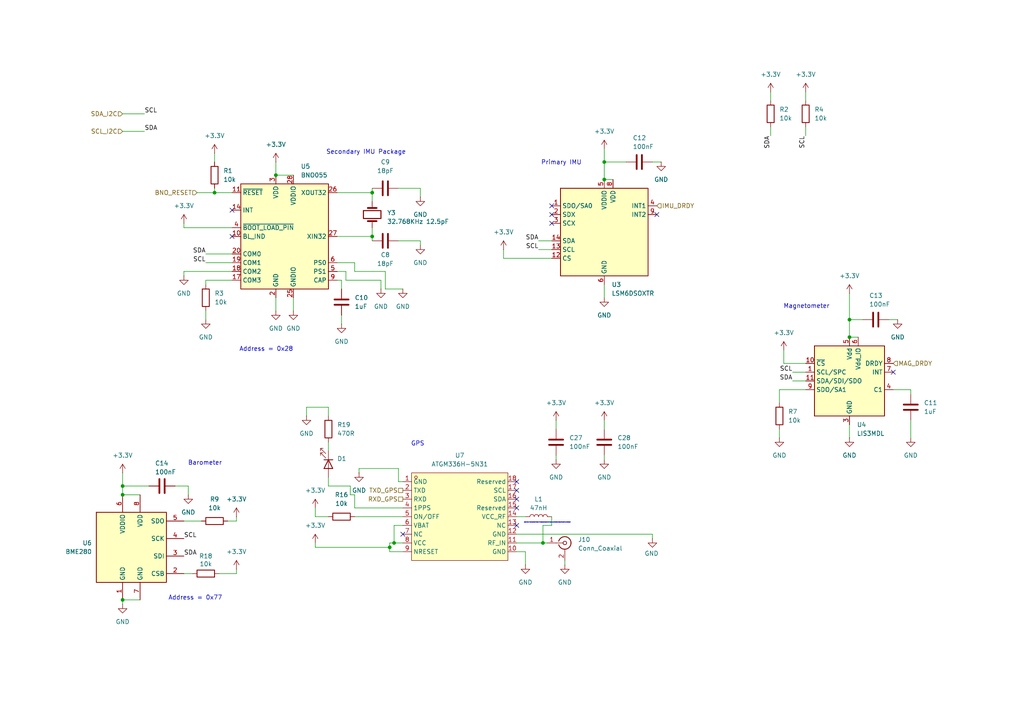
<source format=kicad_sch>
(kicad_sch (version 20250114) (generator "eeschema") (generator_version "9.0")
  (paper "A4")
  (lib_symbols
    (symbol "ATGM:ATGM336H-5N31"
      (property "Reference" "U" (at 0 15.24 0))
      (property "Value" "ATGM336H-5N31" (at 0 -15.24 0))
      (symbol "ATGM336H-5N31_0_1"
        (rectangle (start -13.97 12.7) (end 13.97 -12.7) (fill (type background)))
        (circle (center -12.7 11.43) (radius 0.38))
        (pin unspecified line (at -16.51 10.16 0) (length 2.54) (name "GND") (number "1"))
        (pin unspecified line (at -16.51 7.62 0) (length 2.54) (name "TXD") (number "2"))
        (pin unspecified line (at -16.51 5.08 0) (length 2.54) (name "RXD") (number "3"))
        (pin unspecified line (at -16.51 2.54 0) (length 2.54) (name "1PPS") (number "4"))
        (pin unspecified line (at -16.51 0 0) (length 2.54) (name "ON/OFF") (number "5"))
        (pin unspecified line (at -16.51 -2.54 0) (length 2.54) (name "VBAT") (number "6"))
        (pin unspecified line (at -16.51 -5.08 0) (length 2.54) (name "NC") (number "7"))
        (pin unspecified line (at -16.51 -7.62 0) (length 2.54) (name "VCC") (number "8"))
        (pin unspecified line (at -16.51 -10.16 0) (length 2.54) (name "NRESET") (number "9"))
        (pin unspecified line (at 16.51 10.16 180) (length 2.54) (name "Reserved") (number "18"))
        (pin unspecified line (at 16.51 7.62 180) (length 2.54) (name "SCL") (number "17"))
        (pin unspecified line (at 16.51 5.08 180) (length 2.54) (name "SDA") (number "16"))
        (pin unspecified line (at 16.51 2.54 180) (length 2.54) (name "Reserved") (number "15"))
        (pin unspecified line (at 16.51 0 180) (length 2.54) (name "VCC_RF") (number "14"))
        (pin unspecified line (at 16.51 -2.54 180) (length 2.54) (name "NC") (number "13"))
        (pin unspecified line (at 16.51 -5.08 180) (length 2.54) (name "GND") (number "12"))
        (pin unspecified line (at 16.51 -7.62 180) (length 2.54) (name "RF_IN") (number "11"))
        (pin unspecified line (at 16.51 -10.16 180) (length 2.54) (name "GND") (number "10"))
      )
    )
    (symbol "Connector:Conn_Coaxial" (pin_names (offset 1.016) (hide yes))
      (property "Reference" "J" (at 0.254 3.048 0))
      (property "Value" "Conn_Coaxial" (at 2.921 0 90))
      (symbol "Conn_Coaxial_0_1"
        (polyline (pts (xy -2.54 0) (xy -0.508 0)))
        (arc (start 1.778 0) (mid 0.222 -1.8079) (end -1.778 -0.508) (stroke (width 0.254)))
        (arc (start -1.778 0.508) (mid 0.2221 1.8084) (end 1.778 0) (stroke (width 0.254)))
        (circle (center 0 0) (radius 0.508) (stroke (width 0.2032)))
        (polyline (pts (xy 0 -2.54) (xy 0 -1.778)))
      )
      (symbol "Conn_Coaxial_1_1"
        (pin passive line (at -5.08 0 0) (length 2.54) (name "In") (number "1"))
        (pin passive line (at 0 -5.08 90) (length 2.54) (name "Ext") (number "2"))
      )
    )
    (symbol "Device:C" (pin_numbers (hide yes)) (pin_names (offset 0.254))
      (property "Reference" "C" (at 0.635 2.54 0))
      (property "Value" "C" (at 0.635 -2.54 0))
      (symbol "C_0_1"
        (polyline (pts (xy -2.032 0.762) (xy 2.032 0.762)) (stroke (width 0.508)))
        (polyline (pts (xy -2.032 -0.762) (xy 2.032 -0.762)) (stroke (width 0.508)))
      )
      (symbol "C_1_1"
        (pin passive line (at 0 3.81 270) (length 2.794) (name "~") (number "1"))
        (pin passive line (at 0 -3.81 90) (length 2.794) (name "~") (number "2"))
      )
    )
    (symbol "Device:Crystal" (pin_numbers (hide yes)) (pin_names (offset 1.016) (hide yes))
      (property "Reference" "Y" (at 0 3.81 0))
      (property "Value" "Crystal" (at 0 -3.81 0))
      (symbol "Crystal_0_1"
        (polyline (pts (xy -2.54 0) (xy -1.905 0)))
        (polyline (pts (xy -1.905 -1.27) (xy -1.905 1.27)) (stroke (width 0.508)))
        (rectangle (start -1.143 2.54) (end 1.143 -2.54) (stroke (width 0.3048)))
        (polyline (pts (xy 1.905 -1.27) (xy 1.905 1.27)) (stroke (width 0.508)))
        (polyline (pts (xy 2.54 0) (xy 1.905 0)))
      )
      (symbol "Crystal_1_1"
        (pin passive line (at -3.81 0 0) (length 1.27) (name "1") (number "1"))
        (pin passive line (at 3.81 0 180) (length 1.27) (name "2") (number "2"))
      )
    )
    (symbol "Device:L" (pin_numbers (hide yes)) (pin_names (offset 1.016) (hide yes))
      (property "Reference" "L" (at -1.27 0 90))
      (property "Value" "L" (at 1.905 0 90))
      (symbol "L_0_1"
        (arc (start 0 2.54) (mid 0.6323 1.905) (end 0 1.27))
        (arc (start 0 1.27) (mid 0.6323 0.635) (end 0 0))
        (arc (start 0 0) (mid 0.6323 -0.635) (end 0 -1.27))
        (arc (start 0 -1.27) (mid 0.6323 -1.905) (end 0 -2.54))
      )
      (symbol "L_1_1"
        (pin passive line (at 0 3.81 270) (length 1.27) (name "1") (number "1"))
        (pin passive line (at 0 -3.81 90) (length 1.27) (name "2") (number "2"))
      )
    )
    (symbol "Device:LED" (pin_numbers (hide yes)) (pin_names (offset 1.016) (hide yes))
      (property "Reference" "D" (at 0 2.54 0))
      (property "Value" "LED" (at 0 -2.54 0))
      (symbol "LED_0_1"
        (polyline (pts (xy -3.048 -0.762) (xy -4.572 -2.286) (xy -3.81 -2.286) (xy -4.572 -2.286) (xy -4.572 -1.524)))
        (polyline (pts (xy -1.778 -0.762) (xy -3.302 -2.286) (xy -2.54 -2.286) (xy -3.302 -2.286) (xy -3.302 -1.524)))
        (polyline (pts (xy -1.27 0) (xy 1.27 0)))
        (polyline (pts (xy -1.27 -1.27) (xy -1.27 1.27)) (stroke (width 0.254)))
        (polyline (pts (xy 1.27 -1.27) (xy 1.27 1.27) (xy -1.27 0) (xy 1.27 -1.27)) (stroke (width 0.254)))
      )
      (symbol "LED_1_1"
        (pin passive line (at -3.81 0 0) (length 2.54) (name "K") (number "1"))
        (pin passive line (at 3.81 0 180) (length 2.54) (name "A") (number "2"))
      )
    )
    (symbol "Device:R" (pin_numbers (hide yes)) (pin_names (offset 0))
      (property "Reference" "R" (at 2.032 0 90))
      (property "Value" "R" (at 0 0 90))
      (symbol "R_0_1"
        (rectangle (start -1.016 -2.54) (end 1.016 2.54) (stroke (width 0.254)))
      )
      (symbol "R_1_1"
        (pin passive line (at 0 3.81 270) (length 1.27) (name "~") (number "1"))
        (pin passive line (at 0 -3.81 90) (length 1.27) (name "~") (number "2"))
      )
    )
    (symbol "Sensor:BME280"
      (property "Reference" "U" (at -8.89 11.43 0))
      (property "Value" "BME280" (at 7.62 11.43 0))
      (symbol "BME280_0_1"
        (rectangle (start -10.16 10.16) (end 10.16 -10.16) (stroke (width 0.254)) (fill (type background)))
      )
      (symbol "BME280_1_1"
        (pin power_in line (at -2.54 15.24 270) (length 5.08) (name "VDDIO") (number "6"))
        (pin power_in line (at -2.54 -15.24 90) (length 5.08) (name "GND") (number "1"))
        (pin power_in line (at 2.54 15.24 270) (length 5.08) (name "VDD") (number "8"))
        (pin power_in line (at 2.54 -15.24 90) (length 5.08) (name "GND") (number "7"))
        (pin bidirectional line (at 15.24 7.62 180) (length 5.08) (name "SDO") (number "5"))
        (pin input line (at 15.24 2.54 180) (length 5.08) (name "SCK") (number "4"))
        (pin bidirectional line (at 15.24 -2.54 180) (length 5.08) (name "SDI") (number "3"))
        (pin input line (at 15.24 -7.62 180) (length 5.08) (name "CSB") (number "2"))
      )
    )
    (symbol "Sensor_Magnetic:LIS3MDL"
      (property "Reference" "U" (at -8.89 11.43 0))
      (property "Value" "LIS3MDL" (at 7.62 11.43 0))
      (symbol "LIS3MDL_0_1"
        (rectangle (start -10.16 10.16) (end 10.16 -10.16) (stroke (width 0.254)) (fill (type background)))
      )
      (symbol "LIS3MDL_1_1"
        (pin input line (at -12.7 5.08 0) (length 2.54) (name "~{CS}") (number "10"))
        (pin input line (at -12.7 2.54 0) (length 2.54) (name "SCL/SPC") (number "1"))
        (pin bidirectional line (at -12.7 0 0) (length 2.54) (name "SDA/SDI/SDO") (number "11"))
        (pin bidirectional line (at -12.7 -2.54 0) (length 2.54) (name "SDO/SA1") (number "9"))
        (pin power_in line (at 0 12.7 270) (length 2.54) (name "Vdd") (number "5"))
        (pin passive line (at 0 -12.7 90) (length 2.54) (hide yes) (name "GND") (number "12"))
        (pin passive line (at 0 -12.7 90) (length 2.54) (hide yes) (name "GND") (number "2"))
        (pin power_in line (at 0 -12.7 90) (length 2.54) (name "GND") (number "3"))
        (pin power_in line (at 2.54 12.7 270) (length 2.54) (name "Vdd_IO") (number "6"))
        (pin output line (at 12.7 5.08 180) (length 2.54) (name "DRDY") (number "8"))
        (pin output line (at 12.7 2.54 180) (length 2.54) (name "INT") (number "7"))
        (pin power_out line (at 12.7 -2.54 180) (length 2.54) (name "C1") (number "4"))
      )
    )
    (symbol "Sensor_Motion:BNO055"
      (property "Reference" "U" (at -11.43 16.51 0))
      (property "Value" "BNO055" (at 12.7 16.51 0))
      (symbol "BNO055_0_1"
        (rectangle (start -12.7 15.24) (end 12.7 -15.24) (stroke (width 0.254)) (fill (type background)))
      )
      (symbol "BNO055_1_1"
        (pin input line (at -15.24 12.7 0) (length 2.54) (name "~{RESET}") (number "11"))
        (pin output line (at -15.24 7.62 0) (length 2.54) (name "INT") (number "14"))
        (pin input line (at -15.24 2.54 0) (length 2.54) (name "~{BOOT_LOAD_PIN}") (number "4"))
        (pin output line (at -15.24 0 0) (length 2.54) (name "BL_IND") (number "10"))
        (pin bidirectional line (at -15.24 -5.08 0) (length 2.54) (name "COM0") (number "20"))
        (pin bidirectional line (at -15.24 -7.62 0) (length 2.54) (name "COM1") (number "19"))
        (pin passive line (at -15.24 -10.16 0) (length 2.54) (name "COM2") (number "18"))
        (pin input line (at -15.24 -12.7 0) (length 2.54) (name "COM3") (number "17"))
        (pin no_connect line (at -12.7 10.16 0) (length 2.54) (hide yes) (name "PIN1") (number "1"))
        (pin no_connect line (at -12.7 5.08 0) (length 2.54) (hide yes) (name "PIN7") (number "7"))
        (pin no_connect line (at -12.7 -2.54 0) (length 2.54) (hide yes) (name "PIN8") (number "8"))
        (pin power_in line (at -2.54 17.78 270) (length 2.54) (name "VDD") (number "3"))
        (pin power_in line (at -2.54 -17.78 90) (length 2.54) (name "GND") (number "2"))
        (pin power_in line (at 2.54 17.78 270) (length 2.54) (name "VDDIO") (number "28"))
        (pin power_in line (at 2.54 -17.78 90) (length 2.54) (name "GNDIO") (number "25"))
        (pin no_connect line (at 5.08 -15.24 90) (length 2.54) (hide yes) (name "PIN15") (number "15"))
        (pin no_connect line (at 7.62 -15.24 90) (length 2.54) (hide yes) (name "PIN16") (number "16"))
        (pin no_connect line (at 12.7 10.16 180) (length 2.54) (hide yes) (name "PIN12") (number "12"))
        (pin no_connect line (at 12.7 7.62 180) (length 2.54) (hide yes) (name "PIN13") (number "13"))
        (pin no_connect line (at 12.7 5.08 180) (length 2.54) (hide yes) (name "PIN21") (number "21"))
        (pin no_connect line (at 12.7 2.54 180) (length 2.54) (hide yes) (name "PIN22") (number "22"))
        (pin no_connect line (at 12.7 -2.54 180) (length 2.54) (hide yes) (name "PIN23") (number "23"))
        (pin no_connect line (at 12.7 -5.08 180) (length 2.54) (hide yes) (name "PIN24") (number "24"))
        (pin output line (at 15.24 12.7 180) (length 2.54) (name "XOUT32") (number "26"))
        (pin input line (at 15.24 0 180) (length 2.54) (name "XIN32") (number "27"))
        (pin input line (at 15.24 -7.62 180) (length 2.54) (name "PS0") (number "6"))
        (pin input line (at 15.24 -10.16 180) (length 2.54) (name "PS1") (number "5"))
        (pin passive line (at 15.24 -12.7 180) (length 2.54) (name "CAP") (number "9"))
      )
    )
    (symbol "Sensor_Motion:LSM6DS3"
      (property "Reference" "U" (at -11.43 15.24 0))
      (property "Value" "LSM6DS3" (at -11.43 12.7 0))
      (symbol "LSM6DS3_0_1"
        (rectangle (start -12.7 12.7) (end 12.7 -12.7) (stroke (width 0.254)) (fill (type background)))
      )
      (symbol "LSM6DS3_1_1"
        (pin bidirectional line (at -15.24 7.62 0) (length 2.54) (name "SDO/SA0") (number "1"))
        (pin bidirectional line (at -15.24 5.08 0) (length 2.54) (name "SDX") (number "2"))
        (pin input line (at -15.24 2.54 0) (length 2.54) (name "SCX") (number "3"))
        (pin bidirectional line (at -15.24 -2.54 0) (length 2.54) (name "SDA") (number "14"))
        (pin input line (at -15.24 -5.08 0) (length 2.54) (name "SCL") (number "13"))
        (pin input line (at -15.24 -7.62 0) (length 2.54) (name "CS") (number "12"))
        (pin power_in line (at 0 15.24 270) (length 2.54) (name "VDDIO") (number "5"))
        (pin power_in line (at 0 -15.24 90) (length 2.54) (name "GND") (number "6"))
        (pin passive line (at 0 -15.24 90) (length 2.54) (hide yes) (name "GND") (number "7"))
        (pin power_in line (at 2.54 15.24 270) (length 2.54) (name "VDD") (number "8"))
        (pin no_connect line (at 12.7 -2.54 180) (length 3.81) (hide yes) (name "NC") (number "11"))
        (pin no_connect line (at 12.7 -5.08 180) (length 3.81) (hide yes) (name "NC") (number "10"))
        (pin output line (at 15.24 7.62 180) (length 2.54) (name "INT1") (number "4"))
        (pin output line (at 15.24 5.08 180) (length 2.54) (name "INT2") (number "9"))
      )
    )
    (symbol "power:+3.3V" (power) (pin_numbers (hide yes)) (pin_names (offset 0) (hide yes))
      (property "Value" "+3.3V" (at 0 3.556 0))
      (symbol "+3.3V_0_1"
        (polyline (pts (xy -0.762 1.27) (xy 0 2.54)))
        (polyline (pts (xy 0 2.54) (xy 0.762 1.27)))
        (polyline (pts (xy 0 0) (xy 0 2.54)))
      )
      (symbol "+3.3V_1_1"
        (pin power_in line (at 0 0 90) (length 0) (name "~") (number "1"))
      )
    )
    (symbol "power:GND" (power) (pin_numbers (hide yes)) (pin_names (offset 0) (hide yes))
      (property "Value" "GND" (at 0 -3.81 0))
      (symbol "GND_0_1"
        (polyline (pts (xy 0 0) (xy 0 -1.27) (xy 1.27 -1.27) (xy 0 -2.54) (xy -1.27 -1.27) (xy 0 -1.27)))
      )
      (symbol "GND_1_1"
        (pin power_in line (at 0 0 270) (length 0) (name "~") (number "1"))
      )
    )
  )
  (text "GPS" (at 121.158 128.778 0) (effects (font (size 1.27 1.27))))
  (text "source: http://wiki.sunfounder.cc/images/f/f1/Gsdg.png and page 13 of https://www.tinytronics.nl/product_files/002176_ATGM336H.pdf" (at 158.75 151.638 0) (effects (font (size 0.127 0.127))))
  (text "Address = 0x28" (at 77.216 101.346 0) (effects (font (size 1.27 1.27))))
  (text "Barometer " (at 59.944 134.366 0) (effects (font (size 1.27 1.27))))
  (text "Magnetometer" (at 233.934 88.9 0) (effects (font (size 1.27 1.27))))
  (text "Address = 0x77" (at 56.642 173.482 0) (effects (font (size 1.27 1.27))))
  (text "Secondary IMU Package" (at 106.172 44.196 0) (effects (font (size 1.27 1.27))))
  (text "Primary IMU" (at 162.814 47.244 0) (effects (font (size 1.27 1.27))))
  (junction (at 35.56 143.51))
  (junction (at 246.38 97.79))
  (junction (at 107.95 55.88))
  (junction (at 107.95 68.58))
  (junction (at 35.56 173.99))
  (junction (at 175.26 46.99))
  (junction (at 35.56 140.97))
  (junction (at 113.03 158.75))
  (junction (at 62.23 55.88))
  (junction (at 175.26 52.07))
  (junction (at 80.01 50.8))
  (junction (at 114.3 157.48))
  (junction (at 246.38 92.71))
  (junction (at 157.48 157.48))
  (no_connect (at 116.84 154.94))
  (no_connect (at 149.86 152.4))
  (no_connect (at 149.86 147.32))
  (no_connect (at 67.31 68.58))
  (no_connect (at 149.86 144.78))
  (no_connect (at 160.02 64.77))
  (no_connect (at 259.08 107.95))
  (no_connect (at 190.5 62.23))
  (no_connect (at 149.86 139.7))
  (no_connect (at 67.31 60.96))
  (no_connect (at 160.02 62.23))
  (no_connect (at 149.86 142.24))
  (no_connect (at 160.02 59.69))
  (wire (pts (xy 55.88 166.37) (xy 53.34 166.37)))
  (wire (pts (xy 161.29 121.92) (xy 161.29 124.46)))
  (wire (pts (xy 156.21 69.85) (xy 160.02 69.85)))
  (wire (pts (xy 53.34 78.74) (xy 67.31 78.74)))
  (wire (pts (xy 59.69 73.66) (xy 67.31 73.66)))
  (wire (pts (xy 88.9 118.11) (xy 95.25 118.11)))
  (wire (pts (xy 111.76 83.82) (xy 111.76 78.74)))
  (wire (pts (xy 233.68 113.03) (xy 226.06 113.03)))
  (wire (pts (xy 157.48 152.4) (xy 157.48 157.48)))
  (wire (pts (xy 59.69 81.28) (xy 59.69 82.55)))
  (wire (pts (xy 115.57 69.85) (xy 121.92 69.85)))
  (wire (pts (xy 175.26 132.08) (xy 175.26 133.35)))
  (wire (pts (xy 189.23 154.94) (xy 149.86 154.94)))
  (wire (pts (xy 175.26 43.18) (xy 175.26 46.99)))
  (wire (pts (xy 149.86 160.02) (xy 152.4 160.02)))
  (wire (pts (xy 111.76 78.74) (xy 102.87 78.74)))
  (wire (pts (xy 175.26 46.99) (xy 175.26 52.07)))
  (wire (pts (xy 101.6 140.97) (xy 95.25 140.97)))
  (wire (pts (xy 102.87 143.51) (xy 101.6 143.51)))
  (wire (pts (xy 152.4 160.02) (xy 152.4 163.83)))
  (wire (pts (xy 146.05 74.93) (xy 160.02 74.93)))
  (wire (pts (xy 264.16 113.03) (xy 264.16 114.3)))
  (wire (pts (xy 246.38 92.71) (xy 250.19 92.71)))
  (wire (pts (xy 114.3 157.48) (xy 116.84 157.48)))
  (wire (pts (xy 53.34 66.04) (xy 67.31 66.04)))
  (wire (pts (xy 91.44 158.75) (xy 113.03 158.75)))
  (wire (pts (xy 152.4 149.86) (xy 149.86 149.86)))
  (wire (pts (xy 229.87 110.49) (xy 233.68 110.49)))
  (wire (pts (xy 85.09 86.36) (xy 85.09 90.17)))
  (wire (pts (xy 264.16 121.92) (xy 264.16 127)))
  (wire (pts (xy 229.87 107.95) (xy 233.68 107.95)))
  (wire (pts (xy 110.49 81.28) (xy 110.49 83.82)))
  (wire (pts (xy 95.25 140.97) (xy 95.25 138.43)))
  (wire (pts (xy 97.79 78.74) (xy 100.33 78.74)))
  (wire (pts (xy 97.79 81.28) (xy 99.06 81.28)))
  (wire (pts (xy 53.34 64.77) (xy 53.34 66.04)))
  (wire (pts (xy 114.3 152.4) (xy 114.3 157.48)))
  (wire (pts (xy 107.95 58.42) (xy 107.95 55.88)))
  (wire (pts (xy 41.91 33.02) (xy 35.56 33.02)))
  (wire (pts (xy 68.58 149.86) (xy 68.58 151.13)))
  (wire (pts (xy 80.01 86.36) (xy 80.01 90.17)))
  (wire (pts (xy 43.18 140.97) (xy 35.56 140.97)))
  (wire (pts (xy 62.23 54.61) (xy 62.23 55.88)))
  (wire (pts (xy 246.38 97.79) (xy 248.92 97.79)))
  (wire (pts (xy 113.03 160.02) (xy 113.03 158.75)))
  (wire (pts (xy 80.01 50.8) (xy 80.01 46.99)))
  (wire (pts (xy 59.69 90.17) (xy 59.69 92.71)))
  (wire (pts (xy 67.31 81.28) (xy 59.69 81.28)))
  (wire (pts (xy 246.38 92.71) (xy 246.38 97.79)))
  (wire (pts (xy 223.52 39.37) (xy 223.52 36.83)))
  (wire (pts (xy 160.02 152.4) (xy 160.02 149.86)))
  (wire (pts (xy 189.23 156.21) (xy 189.23 154.94)))
  (wire (pts (xy 99.06 91.44) (xy 99.06 93.98)))
  (wire (pts (xy 181.61 46.99) (xy 175.26 46.99)))
  (wire (pts (xy 233.68 39.37) (xy 233.68 36.83)))
  (wire (pts (xy 257.81 92.71) (xy 260.35 92.71)))
  (wire (pts (xy 246.38 123.19) (xy 246.38 127)))
  (wire (pts (xy 58.42 151.13) (xy 53.34 151.13)))
  (wire (pts (xy 175.26 52.07) (xy 177.8 52.07)))
  (wire (pts (xy 88.9 118.11) (xy 88.9 120.65)))
  (wire (pts (xy 91.44 149.86) (xy 95.25 149.86)))
  (wire (pts (xy 101.6 143.51) (xy 101.6 140.97)))
  (wire (pts (xy 149.86 157.48) (xy 157.48 157.48)))
  (wire (pts (xy 107.95 54.61) (xy 107.95 55.88)))
  (wire (pts (xy 107.95 68.58) (xy 107.95 69.85)))
  (wire (pts (xy 102.87 76.2) (xy 97.79 76.2)))
  (wire (pts (xy 223.52 26.67) (xy 223.52 29.21)))
  (wire (pts (xy 95.25 118.11) (xy 95.25 120.65)))
  (wire (pts (xy 227.33 101.6) (xy 227.33 105.41)))
  (wire (pts (xy 62.23 44.45) (xy 62.23 46.99)))
  (wire (pts (xy 99.06 81.28) (xy 99.06 83.82)))
  (wire (pts (xy 116.84 160.02) (xy 113.03 160.02)))
  (wire (pts (xy 115.57 54.61) (xy 121.92 54.61)))
  (wire (pts (xy 115.57 139.7) (xy 116.84 139.7)))
  (wire (pts (xy 226.06 124.46) (xy 226.06 127)))
  (wire (pts (xy 113.03 157.48) (xy 114.3 157.48)))
  (wire (pts (xy 121.92 54.61) (xy 121.92 57.15)))
  (wire (pts (xy 146.05 72.39) (xy 146.05 74.93)))
  (wire (pts (xy 95.25 128.27) (xy 95.25 130.81)))
  (wire (pts (xy 91.44 147.32) (xy 91.44 149.86)))
  (wire (pts (xy 104.14 137.16) (xy 104.14 135.89)))
  (wire (pts (xy 115.57 135.89) (xy 115.57 139.7)))
  (wire (pts (xy 62.23 55.88) (xy 67.31 55.88)))
  (wire (pts (xy 68.58 166.37) (xy 68.58 165.1)))
  (wire (pts (xy 97.79 68.58) (xy 107.95 68.58)))
  (wire (pts (xy 63.5 166.37) (xy 68.58 166.37)))
  (wire (pts (xy 246.38 85.09) (xy 246.38 92.71)))
  (wire (pts (xy 35.56 140.97) (xy 35.56 143.51)))
  (wire (pts (xy 175.26 121.92) (xy 175.26 124.46)))
  (wire (pts (xy 107.95 55.88) (xy 97.79 55.88)))
  (wire (pts (xy 41.91 38.1) (xy 35.56 38.1)))
  (wire (pts (xy 156.21 72.39) (xy 160.02 72.39)))
  (wire (pts (xy 91.44 157.48) (xy 91.44 158.75)))
  (wire (pts (xy 35.56 175.26) (xy 35.56 173.99)))
  (wire (pts (xy 161.29 133.35) (xy 161.29 132.08)))
  (wire (pts (xy 57.15 55.88) (xy 62.23 55.88)))
  (wire (pts (xy 102.87 149.86) (xy 116.84 149.86)))
  (wire (pts (xy 226.06 113.03) (xy 226.06 116.84)))
  (wire (pts (xy 35.56 137.16) (xy 35.56 140.97)))
  (wire (pts (xy 121.92 69.85) (xy 121.92 71.12)))
  (wire (pts (xy 85.09 50.8) (xy 80.01 50.8)))
  (wire (pts (xy 259.08 113.03) (xy 264.16 113.03)))
  (wire (pts (xy 102.87 78.74) (xy 102.87 76.2)))
  (wire (pts (xy 189.23 46.99) (xy 191.77 46.99)))
  (wire (pts (xy 54.61 140.97) (xy 54.61 143.51)))
  (wire (pts (xy 157.48 157.48) (xy 158.75 157.48)))
  (wire (pts (xy 100.33 81.28) (xy 110.49 81.28)))
  (wire (pts (xy 104.14 135.89) (xy 115.57 135.89)))
  (wire (pts (xy 59.69 76.2) (xy 67.31 76.2)))
  (wire (pts (xy 113.03 158.75) (xy 113.03 157.48)))
  (wire (pts (xy 68.58 151.13) (xy 66.04 151.13)))
  (wire (pts (xy 157.48 152.4) (xy 160.02 152.4)))
  (wire (pts (xy 116.84 83.82) (xy 111.76 83.82)))
  (wire (pts (xy 35.56 173.99) (xy 40.64 173.99)))
  (wire (pts (xy 100.33 78.74) (xy 100.33 81.28)))
  (wire (pts (xy 233.68 26.67) (xy 233.68 29.21)))
  (wire (pts (xy 50.8 140.97) (xy 54.61 140.97)))
  (wire (pts (xy 107.95 66.04) (xy 107.95 68.58)))
  (wire (pts (xy 175.26 82.55) (xy 175.26 86.36)))
  (wire (pts (xy 53.34 80.01) (xy 53.34 78.74)))
  (wire (pts (xy 35.56 143.51) (xy 40.64 143.51)))
  (wire (pts (xy 116.84 147.32) (xy 102.87 147.32)))
  (wire (pts (xy 102.87 147.32) (xy 102.87 143.51)))
  (wire (pts (xy 163.83 163.83) (xy 163.83 162.56)))
  (wire (pts (xy 116.84 152.4) (xy 114.3 152.4)))
  (wire (pts (xy 227.33 105.41) (xy 233.68 105.41)))
  (label "SDA" (at 229.87 110.49 180))
  (label "SCL" (at 41.91 33.02 0))
  (label "SDA" (at 223.52 39.37 270))
  (label "SCL" (at 233.68 39.37 270))
  (label "SCL" (at 229.87 107.95 180))
  (label "SCL" (at 53.34 156.21 0))
  (label "SDA" (at 156.21 69.85 180))
  (label "SDA" (at 41.91 38.1 0))
  (label "SCL" (at 59.69 76.2 180))
  (label "SDA" (at 53.34 161.29 0))
  (label "SCL" (at 156.21 72.39 180))
  (label "SDA" (at 59.69 73.66 180))
  (hierarchical_label "BNO_RESET" (shape input) (at 57.15 55.88 180))
  (hierarchical_label "SDA_I2C" (shape input) (at 35.56 33.02 180))
  (hierarchical_label "IMU_DRDY" (shape input) (at 190.5 59.69 0))
  (hierarchical_label "SCL_I2C" (shape input) (at 35.56 38.1 180))
  (hierarchical_label "MAG_DRDY" (shape input) (at 259.08 105.41 0))
  (hierarchical_label "RXD_GPS" (shape passive) (at 116.84 144.78 180))
  (hierarchical_label "TXD_GPS" (shape passive) (at 116.84 142.24 180))
  (symbol (lib_id "Sensor_Motion:BNO055") (at 82.55 68.58 0) (unit 1)
    (property "Reference" "U5" (at 87.2333 48.26 0) (effects (justify left)))
    (property "Value" "BNO055" (at 87.2333 50.8 0) (effects (justify left)))
    (property "Footprint" "Package_LGA:LGA-28_5.2x3.8mm_P0.5mm" (effects (hide yes)))
    (property "Datasheet" "https://www.bosch-sensortec.com/media/boschsensortec/downloads/datasheets/bst-bno055-ds000.pdf" (effects (hide yes)))
    (property "Description" "Intelligent 9-axis absolute orientation sensor, LGA-28" (effects (hide yes)))
  )
  (symbol (lib_id "power:GND") (at 226.06 127 0) (unit 1)
    (property "Reference" "#PWR049" (effects (hide yes)))
    (property "Value" "GND" (at 226.06 132.08 0))
    (property "Description" "Power symbol creates a global label with name \"GND\" , ground" (effects (hide yes)))
  )
  (symbol (lib_id "power:GND") (at 99.06 93.98 0) (unit 1)
    (property "Reference" "#PWR033" (effects (hide yes)))
    (property "Value" "GND" (at 99.06 99.06 0))
    (property "Description" "Power symbol creates a global label with name \"GND\" , ground" (effects (hide yes)))
  )
  (symbol (lib_id "power:GND") (at 189.23 156.21 0) (unit 1)
    (property "Reference" "#PWR077" (effects (hide yes)))
    (property "Value" "GND" (at 188.976 160.528 0))
    (property "Description" "Power symbol creates a global label with name \"GND\" , ground" (effects (hide yes)))
  )
  (symbol (lib_id "power:GND") (at 264.16 127 0) (unit 1)
    (property "Reference" "#PWR046" (effects (hide yes)))
    (property "Value" "GND" (at 264.16 132.08 0))
    (property "Description" "Power symbol creates a global label with name \"GND\" , ground" (effects (hide yes)))
  )
  (symbol (lib_id "power:+3.3V") (at 233.68 26.67 0) (unit 1)
    (property "Reference" "#PWR043" (effects (hide yes)))
    (property "Value" "+3.3V" (at 233.68 21.59 0))
    (property "Description" "Power symbol creates a global label with name \"+3.3V\"" (effects (hide yes)))
  )
  (symbol (lib_id "power:+3.3V") (at 35.56 137.16 0) (unit 1)
    (property "Reference" "#PWR025" (effects (hide yes)))
    (property "Value" "+3.3V" (at 35.56 132.08 0))
    (property "Description" "Power symbol creates a global label with name \"+3.3V\"" (effects (hide yes)))
  )
  (symbol (lib_id "Device:R") (at 59.69 166.37 270) (unit 1)
    (property "Reference" "R18" (at 59.69 161.29 90))
    (property "Value" "10k" (at 59.69 163.576 90))
    (property "Footprint" "Resistor_SMD:R_0402_1005Metric_Pad0.72x0.64mm_HandSolder" (effects (hide yes)))
    (property "Description" "Resistor" (effects (hide yes)))
  )
  (symbol (lib_id "power:GND") (at 35.56 175.26 0) (unit 1)
    (property "Reference" "#PWR024" (effects (hide yes)))
    (property "Value" "GND" (at 35.56 180.34 0))
    (property "Description" "Power symbol creates a global label with name \"GND\" , ground" (effects (hide yes)))
  )
  (symbol (lib_id "Device:LED") (at 95.25 134.62 270) (unit 1)
    (property "Reference" "D1" (at 97.79 133.0324 90) (effects (justify left)))
    (property "Value" "LED" (effects (hide yes)))
    (property "Description" "Light emitting diode" (effects (hide yes)))
    (property "Sim.Pins" "1=K 2=A" (effects (hide yes)))
  )
  (symbol (lib_id "power:GND") (at 163.83 163.83 0) (unit 1)
    (property "Reference" "#PWR083" (effects (hide yes)))
    (property "Value" "GND" (at 163.83 168.91 0))
    (property "Description" "Power symbol creates a global label with name \"GND\" , ground" (effects (hide yes)))
  )
  (symbol (lib_id "power:+3.3V") (at 53.34 64.77 0) (unit 1)
    (property "Reference" "#PWR040" (effects (hide yes)))
    (property "Value" "+3.3V" (at 53.34 59.69 0))
    (property "Description" "Power symbol creates a global label with name \"+3.3V\"" (effects (hide yes)))
  )
  (symbol (lib_id "power:GND") (at 260.35 92.71 0) (unit 1)
    (property "Reference" "#PWR054" (effects (hide yes)))
    (property "Value" "GND" (at 260.35 97.79 0))
    (property "Description" "Power symbol creates a global label with name \"GND\" , ground" (effects (hide yes)))
  )
  (symbol (lib_id "Device:C") (at 254 92.71 90) (unit 1)
    (property "Reference" "C13" (at 252.095 85.7249 90) (effects (justify right)))
    (property "Value" "100nF" (at 252.095 88.2649 90) (effects (justify right)))
    (property "Footprint" "Capacitor_SMD:C_0402_1005Metric_Pad0.74x0.62mm_HandSolder" (effects (hide yes)))
    (property "Description" "Unpolarized capacitor" (effects (hide yes)))
  )
  (symbol (lib_id "power:+3.3V") (at 91.44 157.48 0) (unit 1)
    (property "Reference" "#PWR078" (effects (hide yes)))
    (property "Value" "+3.3V" (at 91.44 152.4 0))
    (property "Description" "Power symbol creates a global label with name \"+3.3V\"" (effects (hide yes)))
  )
  (symbol (lib_id "power:+3.3V") (at 146.05 72.39 0) (unit 1)
    (property "Reference" "#PWR050" (effects (hide yes)))
    (property "Value" "+3.3V" (at 146.05 67.31 0))
    (property "Description" "Power symbol creates a global label with name \"+3.3V\"" (effects (hide yes)))
  )
  (symbol (lib_id "Device:R") (at 62.23 151.13 90) (unit 1)
    (property "Reference" "R9" (at 62.23 144.78 90))
    (property "Value" "10k" (at 62.23 147.32 90))
    (property "Footprint" "Resistor_SMD:R_0402_1005Metric_Pad0.72x0.64mm_HandSolder" (effects (hide yes)))
    (property "Description" "Resistor" (effects (hide yes)))
  )
  (symbol (lib_id "Device:C") (at 175.26 128.27 0) (unit 1)
    (property "Reference" "C28" (at 179.07 126.9999 0) (effects (justify left)))
    (property "Value" "100nF" (at 179.07 129.5399 0) (effects (justify left)))
    (property "Footprint" "Capacitor_SMD:C_0402_1005Metric_Pad0.74x0.62mm_HandSolder" (effects (hide yes)))
    (property "Description" "Unpolarized capacitor" (effects (hide yes)))
  )
  (symbol (lib_id "Sensor:BME280") (at 38.1 158.75 0) (unit 1)
    (property "Reference" "U6" (at 26.67 157.4799 0) (effects (justify right)))
    (property "Value" "BME280" (at 26.67 160.0199 0) (effects (justify right)))
    (property "Footprint" "Package_LGA:Bosch_LGA-8_2.5x2.5mm_P0.65mm_ClockwisePinNumbering" (effects (hide yes)))
    (property "Datasheet" "https://www.bosch-sensortec.com/media/boschsensortec/downloads/datasheets/bst-bme280-ds002.pdf" (effects (hide yes)))
    (property "Description" "3-in-1 sensor, humidity, pressure, temperature, I2C and SPI interface, 1.71-3.6V, LGA-8" (effects (hide yes)))
  )
  (symbol (lib_id "Device:C") (at 111.76 54.61 90) (unit 1)
    (property "Reference" "C9" (at 111.76 46.99 90))
    (property "Value" "18pF" (at 111.76 49.53 90))
    (property "Footprint" "Capacitor_SMD:C_0402_1005Metric_Pad0.74x0.62mm_HandSolder" (effects (hide yes)))
    (property "Description" "Unpolarized capacitor" (effects (hide yes)))
  )
  (symbol (lib_id "Device:C") (at 111.76 69.85 90) (unit 1)
    (property "Reference" "C8" (at 111.76 73.914 90))
    (property "Value" "18pF" (at 111.76 76.454 90))
    (property "Footprint" "Capacitor_SMD:C_0402_1005Metric_Pad0.74x0.62mm_HandSolder" (effects (hide yes)))
    (property "Description" "Unpolarized capacitor" (effects (hide yes)))
  )
  (symbol (lib_id "Device:C") (at 185.42 46.99 90) (unit 1)
    (property "Reference" "C12" (at 183.515 40.0049 90) (effects (justify right)))
    (property "Value" "100nF" (at 183.515 42.5449 90) (effects (justify right)))
    (property "Footprint" "Capacitor_SMD:C_0402_1005Metric_Pad0.74x0.62mm_HandSolder" (effects (hide yes)))
    (property "Description" "Unpolarized capacitor" (effects (hide yes)))
  )
  (symbol (lib_id "Device:R") (at 233.68 33.02 0) (unit 1)
    (property "Reference" "R4" (at 236.22 31.7499 0) (effects (justify left)))
    (property "Value" "10k" (at 236.22 34.2899 0) (effects (justify left)))
    (property "Footprint" "Resistor_SMD:R_0402_1005Metric_Pad0.72x0.64mm_HandSolder" (effects (hide yes)))
    (property "Description" "Resistor" (effects (hide yes)))
  )
  (symbol (lib_id "power:GND") (at 175.26 86.36 0) (unit 1)
    (property "Reference" "#PWR051" (effects (hide yes)))
    (property "Value" "GND" (at 175.26 91.44 0))
    (property "Description" "Power symbol creates a global label with name \"GND\" , ground" (effects (hide yes)))
  )
  (symbol (lib_id "power:+3.3V") (at 80.01 46.99 0) (unit 1)
    (property "Reference" "#PWR042" (effects (hide yes)))
    (property "Value" "+3.3V" (at 80.01 41.91 0))
    (property "Description" "Power symbol creates a global label with name \"+3.3V\"" (effects (hide yes)))
  )
  (symbol (lib_id "power:GND") (at 110.49 83.82 0) (unit 1)
    (property "Reference" "#PWR035" (effects (hide yes)))
    (property "Value" "GND" (at 110.49 88.9 0))
    (property "Description" "Power symbol creates a global label with name \"GND\" , ground" (effects (hide yes)))
  )
  (symbol (lib_id "Device:R") (at 226.06 120.65 0) (unit 1)
    (property "Reference" "R7" (at 228.6 119.3799 0) (effects (justify left)))
    (property "Value" "10k" (at 228.6 121.9199 0) (effects (justify left)))
    (property "Footprint" "Resistor_SMD:R_0402_1005Metric_Pad0.72x0.64mm_HandSolder" (effects (hide yes)))
    (property "Description" "Resistor" (effects (hide yes)))
  )
  (symbol (lib_id "power:+3.3V") (at 161.29 121.92 0) (unit 1)
    (property "Reference" "#PWR081" (effects (hide yes)))
    (property "Value" "+3.3V" (at 161.29 116.84 0))
    (property "Description" "Power symbol creates a global label with name \"+3.3V\"" (effects (hide yes)))
  )
  (symbol (lib_id "Device:Crystal") (at 107.95 62.23 90) (unit 1)
    (property "Reference" "Y3" (at 112.268 61.722 90) (effects (justify right)))
    (property "Value" "32.768KHz 12.5pF" (at 112.268 64.262 90) (effects (justify right)))
    (property "Footprint" "Crystal:Crystal_SMD_3215-2Pin_3.2x1.5mm" (effects (hide yes)))
    (property "Description" "Two pin crystal" (effects (hide yes)))
  )
  (symbol (lib_id "power:+3.3V") (at 175.26 121.92 0) (unit 1)
    (property "Reference" "#PWR082" (effects (hide yes)))
    (property "Value" "+3.3V" (at 175.26 116.84 0))
    (property "Description" "Power symbol creates a global label with name \"+3.3V\"" (effects (hide yes)))
  )
  (symbol (lib_id "power:GND") (at 116.84 83.82 0) (unit 1)
    (property "Reference" "#PWR034" (effects (hide yes)))
    (property "Value" "GND" (at 116.84 88.9 0))
    (property "Description" "Power symbol creates a global label with name \"GND\" , ground" (effects (hide yes)))
  )
  (symbol (lib_id "power:+3.3V") (at 68.58 165.1 0) (unit 1)
    (property "Reference" "#PWR028" (effects (hide yes)))
    (property "Value" "+3.3V" (at 68.58 160.02 0))
    (property "Description" "Power symbol creates a global label with name \"+3.3V\"" (effects (hide yes)))
  )
  (symbol (lib_id "power:GND") (at 121.92 71.12 0) (unit 1)
    (property "Reference" "#PWR032" (effects (hide yes)))
    (property "Value" "GND" (at 121.92 76.2 0))
    (property "Description" "Power symbol creates a global label with name \"GND\" , ground" (effects (hide yes)))
  )
  (symbol (lib_id "power:+3.3V") (at 68.58 149.86 0) (unit 1)
    (property "Reference" "#PWR027" (effects (hide yes)))
    (property "Value" "+3.3V" (at 68.58 144.78 0))
    (property "Description" "Power symbol creates a global label with name \"+3.3V\"" (effects (hide yes)))
  )
  (symbol (lib_id "Device:C") (at 161.29 128.27 0) (unit 1)
    (property "Reference" "C27" (at 165.1 126.9999 0) (effects (justify left)))
    (property "Value" "100nF" (at 165.1 129.5399 0) (effects (justify left)))
    (property "Footprint" "Capacitor_SMD:C_0402_1005Metric_Pad0.74x0.62mm_HandSolder" (effects (hide yes)))
    (property "Description" "Unpolarized capacitor" (effects (hide yes)))
  )
  (symbol (lib_id "power:GND") (at 246.38 127 0) (unit 1)
    (property "Reference" "#PWR045" (effects (hide yes)))
    (property "Value" "GND" (at 246.38 132.08 0))
    (property "Description" "Power symbol creates a global label with name \"GND\" , ground" (effects (hide yes)))
  )
  (symbol (lib_id "power:+3.3V") (at 246.38 85.09 0) (unit 1)
    (property "Reference" "#PWR047" (effects (hide yes)))
    (property "Value" "+3.3V" (at 246.38 80.01 0))
    (property "Description" "Power symbol creates a global label with name \"+3.3V\"" (effects (hide yes)))
  )
  (symbol (lib_id "power:GND") (at 161.29 133.35 0) (unit 1)
    (property "Reference" "#PWR079" (effects (hide yes)))
    (property "Value" "GND" (at 161.29 138.43 0))
    (property "Description" "Power symbol creates a global label with name \"GND\" , ground" (effects (hide yes)))
  )
  (symbol (lib_id "power:GND") (at 88.9 120.65 0) (unit 1)
    (property "Reference" "#PWR084" (effects (hide yes)))
    (property "Value" "GND" (at 88.9 125.73 0))
    (property "Description" "Power symbol creates a global label with name \"GND\" , ground" (effects (hide yes)))
  )
  (symbol (lib_id "Device:C") (at 264.16 118.11 0) (unit 1)
    (property "Reference" "C11" (at 267.97 116.8399 0) (effects (justify left)))
    (property "Value" "1uF" (at 267.97 119.3799 0) (effects (justify left)))
    (property "Footprint" "Capacitor_SMD:C_0402_1005Metric_Pad0.74x0.62mm_HandSolder" (effects (hide yes)))
    (property "Description" "Unpolarized capacitor" (effects (hide yes)))
  )
  (symbol (lib_id "Device:R") (at 59.69 86.36 0) (unit 1)
    (property "Reference" "R3" (at 62.23 85.0899 0) (effects (justify left)))
    (property "Value" "10k" (at 62.23 87.6299 0) (effects (justify left)))
    (property "Footprint" "Resistor_SMD:R_0402_1005Metric_Pad0.72x0.64mm_HandSolder" (effects (hide yes)))
    (property "Description" "Resistor" (effects (hide yes)))
  )
  (symbol (lib_id "Device:R") (at 62.23 50.8 0) (unit 1)
    (property "Reference" "R1" (at 64.77 49.5299 0) (effects (justify left)))
    (property "Value" "10k" (at 64.77 52.0699 0) (effects (justify left)))
    (property "Footprint" "Resistor_SMD:R_0402_1005Metric_Pad0.72x0.64mm_HandSolder" (effects (hide yes)))
    (property "Description" "Resistor" (effects (hide yes)))
  )
  (symbol (lib_id "ATGM:ATGM336H-5N31") (at 133.35 149.86 0) (unit 1)
    (property "Reference" "U7" (at 133.35 132.08 0))
    (property "Value" "ATGM336H-5N31" (at 133.35 134.62 0))
    (property "Footprint" "libsos41:GPSM-SMD_ATGM336H-TR" (effects (hide yes)))
    (property "Datasheet" "https://lcsc.com/product-detail/GSM-GPRS-GPS-Modules_ATGM336H-5N-3X_C90770.html" (effects (hide yes)))
    (property "LCSC Part" "C90770" (effects (hide yes)))
  )
  (symbol (lib_id "power:+3.3V") (at 227.33 101.6 0) (unit 1)
    (property "Reference" "#PWR048" (effects (hide yes)))
    (property "Value" "+3.3V" (at 227.33 96.52 0))
    (property "Description" "Power symbol creates a global label with name \"+3.3V\"" (effects (hide yes)))
  )
  (symbol (lib_id "power:GND") (at 175.26 133.35 0) (unit 1)
    (property "Reference" "#PWR080" (effects (hide yes)))
    (property "Value" "GND" (at 175.26 138.43 0))
    (property "Description" "Power symbol creates a global label with name \"GND\" , ground" (effects (hide yes)))
  )
  (symbol (lib_id "power:+3.3V") (at 223.52 26.67 0) (unit 1)
    (property "Reference" "#PWR044" (effects (hide yes)))
    (property "Value" "+3.3V" (at 223.52 21.59 0))
    (property "Description" "Power symbol creates a global label with name \"+3.3V\"" (effects (hide yes)))
  )
  (symbol (lib_id "power:GND") (at 152.4 163.83 0) (unit 1)
    (property "Reference" "#PWR076" (effects (hide yes)))
    (property "Value" "GND" (at 152.4 168.91 0))
    (property "Description" "Power symbol creates a global label with name \"GND\" , ground" (effects (hide yes)))
  )
  (symbol (lib_id "Device:C") (at 46.99 140.97 270) (unit 1)
    (property "Reference" "C14" (at 44.958 134.366 90) (effects (justify left)))
    (property "Value" "100nF" (at 44.958 136.906 90) (effects (justify left)))
    (property "Footprint" "Capacitor_SMD:C_0402_1005Metric_Pad0.74x0.62mm_HandSolder" (effects (hide yes)))
    (property "Description" "Unpolarized capacitor" (effects (hide yes)))
  )
  (symbol (lib_id "Device:L") (at 156.21 149.86 90) (unit 1)
    (property "Reference" "L1" (at 156.21 144.78 90))
    (property "Value" "47nH" (at 156.21 147.32 90))
    (property "Footprint" "Inductor_SMD:L_0603_1608Metric_Pad1.05x0.95mm_HandSolder" (effects (hide yes)))
    (property "Description" "Inductor" (effects (hide yes)))
  )
  (symbol (lib_id "power:GND") (at 121.92 57.15 0) (unit 1)
    (property "Reference" "#PWR031" (effects (hide yes)))
    (property "Value" "GND" (at 121.92 62.23 0))
    (property "Description" "Power symbol creates a global label with name \"GND\" , ground" (effects (hide yes)))
  )
  (symbol (lib_id "power:GND") (at 104.14 137.16 0) (unit 1)
    (property "Reference" "#PWR075" (effects (hide yes)))
    (property "Value" "GND" (at 104.14 142.24 0))
    (property "Description" "Power symbol creates a global label with name \"GND\" , ground" (effects (hide yes)))
  )
  (symbol (lib_id "power:GND") (at 59.69 92.71 0) (unit 1)
    (property "Reference" "#PWR039" (effects (hide yes)))
    (property "Value" "GND" (at 59.69 97.79 0))
    (property "Description" "Power symbol creates a global label with name \"GND\" , ground" (effects (hide yes)))
  )
  (symbol (lib_id "power:GND") (at 53.34 80.01 0) (unit 1)
    (property "Reference" "#PWR038" (effects (hide yes)))
    (property "Value" "GND" (at 53.34 85.09 0))
    (property "Description" "Power symbol creates a global label with name \"GND\" , ground" (effects (hide yes)))
  )
  (symbol (lib_id "Device:C") (at 99.06 87.63 0) (unit 1)
    (property "Reference" "C10" (at 102.87 86.3599 0) (effects (justify left)))
    (property "Value" "1uF" (at 102.87 88.8999 0) (effects (justify left)))
    (property "Footprint" "Capacitor_SMD:C_0402_1005Metric_Pad0.74x0.62mm_HandSolder" (effects (hide yes)))
    (property "Description" "Unpolarized capacitor" (effects (hide yes)))
  )
  (symbol (lib_id "power:GND") (at 191.77 46.99 0) (unit 1)
    (property "Reference" "#PWR053" (effects (hide yes)))
    (property "Value" "GND" (at 191.77 52.07 0))
    (property "Description" "Power symbol creates a global label with name \"GND\" , ground" (effects (hide yes)))
  )
  (symbol (lib_id "Connector:Conn_Coaxial") (at 163.83 157.48 0) (unit 1)
    (property "Reference" "J10" (at 167.64 156.5031 0) (effects (justify left)))
    (property "Value" "Conn_Coaxial" (at 167.64 159.0431 0) (effects (justify left)))
    (property "Description" "coaxial connector (BNC, SMA, SMB, SMC, Cinch/RCA, LEMO, ...)" (effects (hide yes)))
  )
  (symbol (lib_id "power:GND") (at 85.09 90.17 0) (unit 1)
    (property "Reference" "#PWR036" (effects (hide yes)))
    (property "Value" "GND" (at 85.09 95.25 0))
    (property "Description" "Power symbol creates a global label with name \"GND\" , ground" (effects (hide yes)))
  )
  (symbol (lib_id "Device:R") (at 95.25 124.46 0) (unit 1)
    (property "Reference" "R19" (at 97.79 123.1899 0) (effects (justify left)))
    (property "Value" "470R" (at 97.79 125.7299 0) (effects (justify left)))
    (property "Footprint" "Resistor_SMD:R_0402_1005Metric_Pad0.72x0.64mm_HandSolder" (effects (hide yes)))
    (property "Description" "Resistor" (effects (hide yes)))
  )
  (symbol (lib_id "Device:R") (at 99.06 149.86 90) (unit 1)
    (property "Reference" "R16" (at 99.06 143.51 90))
    (property "Value" "10k" (at 99.06 146.05 90))
    (property "Footprint" "Resistor_SMD:R_0402_1005Metric_Pad0.72x0.64mm_HandSolder" (effects (hide yes)))
    (property "Description" "Resistor" (effects (hide yes)))
  )
  (symbol (lib_id "Sensor_Motion:LSM6DS3") (at 175.26 67.31 0) (unit 1)
    (property "Reference" "U3" (at 177.4033 82.55 0) (effects (justify left)))
    (property "Value" "LSM6DSOXTR" (at 177.4033 85.09 0) (effects (justify left)))
    (property "Footprint" "Package_LGA:LGA-14_3x2.5mm_P0.5mm_LayoutBorder3x4y" (effects (hide yes)))
    (property "Datasheet" "https://www.st.com/resource/en/datasheet/lsm6ds3tr-c.pdf" (effects (hide yes)))
    (property "Description" "I2C/SPI, iNEMO inertial module: always-on 3D accelerometer and 3D gyroscope" (effects (hide yes)))
  )
  (symbol (lib_id "power:+3.3V") (at 175.26 43.18 0) (unit 1)
    (property "Reference" "#PWR052" (effects (hide yes)))
    (property "Value" "+3.3V" (at 175.26 38.1 0))
    (property "Description" "Power symbol creates a global label with name \"+3.3V\"" (effects (hide yes)))
  )
  (symbol (lib_id "power:+3.3V") (at 62.23 44.45 0) (unit 1)
    (property "Reference" "#PWR041" (effects (hide yes)))
    (property "Value" "+3.3V" (at 62.23 39.37 0))
    (property "Description" "Power symbol creates a global label with name \"+3.3V\"" (effects (hide yes)))
  )
  (symbol (lib_id "power:GND") (at 80.01 90.17 0) (unit 1)
    (property "Reference" "#PWR037" (effects (hide yes)))
    (property "Value" "GND" (at 80.01 95.25 0))
    (property "Description" "Power symbol creates a global label with name \"GND\" , ground" (effects (hide yes)))
  )
  (symbol (lib_id "power:GND") (at 54.61 143.51 0) (unit 1)
    (property "Reference" "#PWR026" (effects (hide yes)))
    (property "Value" "GND" (at 54.61 148.59 0))
    (property "Description" "Power symbol creates a global label with name \"GND\" , ground" (effects (hide yes)))
  )
  (symbol (lib_id "power:+3.3V") (at 91.44 147.32 0) (unit 1)
    (property "Reference" "#PWR074" (effects (hide yes)))
    (property "Value" "+3.3V" (at 91.44 142.24 0))
    (property "Description" "Power symbol creates a global label with name \"+3.3V\"" (effects (hide yes)))
  )
  (symbol (lib_id "Device:R") (at 223.52 33.02 0) (unit 1)
    (property "Reference" "R2" (at 226.06 31.7499 0) (effects (justify left)))
    (property "Value" "10k" (at 226.06 34.2899 0) (effects (justify left)))
    (property "Footprint" "Resistor_SMD:R_0402_1005Metric_Pad0.72x0.64mm_HandSolder" (effects (hide yes)))
    (property "Description" "Resistor" (effects (hide yes)))
  )
  (symbol (lib_id "Sensor_Magnetic:LIS3MDL") (at 246.38 110.49 0) (unit 1)
    (property "Reference" "U4" (at 248.5233 123.19 0) (effects (justify left)))
    (property "Value" "LIS3MDL" (at 248.5233 125.73 0) (effects (justify left)))
    (property "Footprint" "Package_LGA:LGA-12_2x2mm_P0.5mm" (effects (hide yes)))
    (property "Datasheet" "https://www.st.com/resource/en/datasheet/lis3mdl.pdf" (effects (hide yes)))
    (property "Description" "Ultra-low-power, 3-axis digital output magnetometer, LGA-12" (effects (hide yes)))
  )
)
</source>
